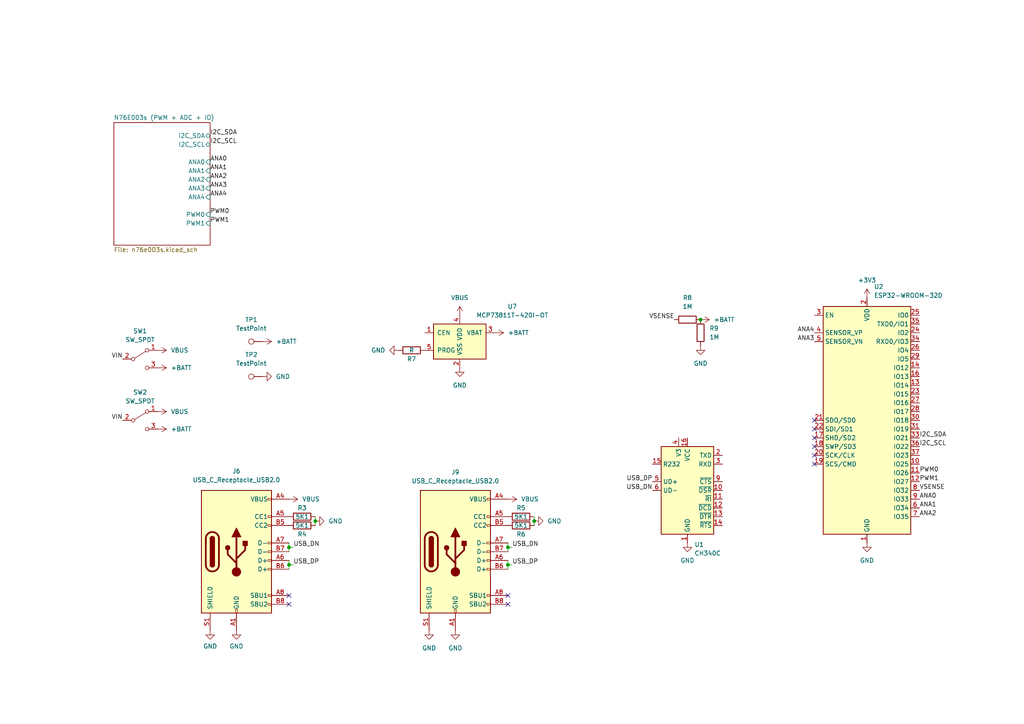
<source format=kicad_sch>
(kicad_sch (version 20211123) (generator eeschema)
  (paper "A4")
  (lib_symbols
    (symbol "Battery_Management:MCP73811T-420I-OT" (pin_names (offset 1.016))
      (property "Reference" "U" (at -6.35 6.35 0))
      (property "Value" "MCP73811T-420I-OT" (at 1.27 6.35 0))
      (symbol "MCP73811T-420I-OT_0_1"
        (rectangle (start -7.62 5.08) (end 7.62 -5.08) (stroke (width 0.254)) (fill (type background)))
      )
      (symbol "MCP73811T-420I-OT_1_1"
        (pin input line (at -10.16 2.54 0) (length 2.54) (name "CEN") (number "1"))
        (pin power_in line (at 0 -7.62 90) (length 2.54) (name "VSS") (number "2"))
        (pin power_out line (at 10.16 2.54 180) (length 2.54) (name "VBAT") (number "3"))
        (pin power_in line (at 0 7.62 270) (length 2.54) (name "VDD") (number "4"))
        (pin input line (at -10.16 -2.54 0) (length 2.54) (name "PROG") (number "5"))
      )
    )
    (symbol "Connector:TestPoint" (pin_numbers hide) (pin_names (offset 0.762) hide)
      (property "Reference" "TP" (at 0 6.858 0))
      (property "Value" "TestPoint" (at 0 5.08 0))
      (symbol "TestPoint_0_1"
        (circle (center 0 3.302) (radius 0.762))
      )
      (symbol "TestPoint_1_1"
        (pin passive line (at 0 0 90) (length 2.54) (name "1") (number "1"))
      )
    )
    (symbol "Connector:USB_C_Receptacle_USB2.0" (pin_names (offset 1.016))
      (property "Reference" "J" (at -10.16 19.05 0))
      (property "Value" "USB_C_Receptacle_USB2.0" (at 19.05 19.05 0))
      (symbol "USB_C_Receptacle_USB2.0_0_0"
        (rectangle (start -0.254 -17.78) (end 0.254 -16.764))
        (rectangle (start 10.16 -14.986) (end 9.144 -15.494))
        (rectangle (start 10.16 -12.446) (end 9.144 -12.954))
        (rectangle (start 10.16 -4.826) (end 9.144 -5.334))
        (rectangle (start 10.16 -2.286) (end 9.144 -2.794))
        (rectangle (start 10.16 0.254) (end 9.144 -0.254))
        (rectangle (start 10.16 2.794) (end 9.144 2.286))
        (rectangle (start 10.16 7.874) (end 9.144 7.366))
        (rectangle (start 10.16 10.414) (end 9.144 9.906))
        (rectangle (start 10.16 15.494) (end 9.144 14.986))
      )
      (symbol "USB_C_Receptacle_USB2.0_0_1"
        (rectangle (start -10.16 17.78) (end 10.16 -17.78) (stroke (width 0.254)) (fill (type background)))
        (arc (start -8.89 -3.81) (mid -6.985 -5.715) (end -5.08 -3.81) (stroke (width 0.508)))
        (arc (start -7.62 -3.81) (mid -6.985 -4.445) (end -6.35 -3.81) (stroke (width 0.254)))
        (arc (start -7.62 -3.81) (mid -6.985 -4.445) (end -6.35 -3.81) (stroke (width 0.254)) (fill (type outline)))
        (rectangle (start -7.62 -3.81) (end -6.35 3.81) (stroke (width 0.254)) (fill (type outline)))
        (arc (start -6.35 3.81) (mid -6.985 4.445) (end -7.62 3.81) (stroke (width 0.254)))
        (arc (start -6.35 3.81) (mid -6.985 4.445) (end -7.62 3.81) (stroke (width 0.254)) (fill (type outline)))
        (arc (start -5.08 3.81) (mid -6.985 5.715) (end -8.89 3.81) (stroke (width 0.508)))
        (circle (center -2.54 1.143) (radius 0.635) (stroke (width 0.254)) (fill (type outline)))
        (circle (center 0 -5.842) (radius 1.27) (fill (type outline)))
        (polyline (pts (xy -8.89 -3.81) (xy -8.89 3.81)) (stroke (width 0.508)))
        (polyline (pts (xy -5.08 3.81) (xy -5.08 -3.81)) (stroke (width 0.508)))
        (polyline (pts (xy 0 -5.842) (xy 0 4.318)) (stroke (width 0.508)))
        (polyline (pts (xy 0 -3.302) (xy -2.54 -0.762) (xy -2.54 0.508)) (stroke (width 0.508)))
        (polyline (pts (xy 0 -2.032) (xy 2.54 0.508) (xy 2.54 1.778)) (stroke (width 0.508)))
        (polyline (pts (xy -1.27 4.318) (xy 0 6.858) (xy 1.27 4.318) (xy -1.27 4.318)) (stroke (width 0.254)) (fill (type outline)))
        (rectangle (start 1.905 1.778) (end 3.175 3.048) (stroke (width 0.254)) (fill (type outline)))
      )
      (symbol "USB_C_Receptacle_USB2.0_1_1"
        (pin passive line (at 0 -22.86 90) (length 5.08) (name "GND") (number "A1"))
        (pin passive line (at 0 -22.86 90) (length 5.08) hide (name "GND") (number "A12"))
        (pin passive line (at 15.24 15.24 180) (length 5.08) (name "VBUS") (number "A4"))
        (pin bidirectional line (at 15.24 10.16 180) (length 5.08) (name "CC1") (number "A5"))
        (pin bidirectional line (at 15.24 -2.54 180) (length 5.08) (name "D+") (number "A6"))
        (pin bidirectional line (at 15.24 2.54 180) (length 5.08) (name "D-") (number "A7"))
        (pin bidirectional line (at 15.24 -12.7 180) (length 5.08) (name "SBU1") (number "A8"))
        (pin passive line (at 15.24 15.24 180) (length 5.08) hide (name "VBUS") (number "A9"))
        (pin passive line (at 0 -22.86 90) (length 5.08) hide (name "GND") (number "B1"))
        (pin passive line (at 0 -22.86 90) (length 5.08) hide (name "GND") (number "B12"))
        (pin passive line (at 15.24 15.24 180) (length 5.08) hide (name "VBUS") (number "B4"))
        (pin bidirectional line (at 15.24 7.62 180) (length 5.08) (name "CC2") (number "B5"))
        (pin bidirectional line (at 15.24 -5.08 180) (length 5.08) (name "D+") (number "B6"))
        (pin bidirectional line (at 15.24 0 180) (length 5.08) (name "D-") (number "B7"))
        (pin bidirectional line (at 15.24 -15.24 180) (length 5.08) (name "SBU2") (number "B8"))
        (pin passive line (at 15.24 15.24 180) (length 5.08) hide (name "VBUS") (number "B9"))
        (pin passive line (at -7.62 -22.86 90) (length 5.08) (name "SHIELD") (number "S1"))
      )
    )
    (symbol "Device:R" (pin_numbers hide) (pin_names (offset 0))
      (property "Reference" "R" (at 2.032 0 90))
      (property "Value" "R" (at 0 0 90))
      (symbol "R_0_1"
        (rectangle (start -1.016 -2.54) (end 1.016 2.54) (stroke (width 0.254)))
      )
      (symbol "R_1_1"
        (pin passive line (at 0 3.81 270) (length 1.27) (name "~") (number "1"))
        (pin passive line (at 0 -3.81 90) (length 1.27) (name "~") (number "2"))
      )
    )
    (symbol "Interface_USB:CH340C"
      (property "Reference" "U" (at -5.08 13.97 0))
      (property "Value" "CH340C" (at 1.27 13.97 0))
      (symbol "CH340C_0_1"
        (rectangle (start -7.62 12.7) (end 7.62 -12.7) (stroke (width 0.254)) (fill (type background)))
      )
      (symbol "CH340C_1_1"
        (pin power_in line (at 0 -15.24 90) (length 2.54) (name "GND") (number "1"))
        (pin input line (at 10.16 0 180) (length 2.54) (name "~{DSR}") (number "10"))
        (pin input line (at 10.16 -2.54 180) (length 2.54) (name "~{RI}") (number "11"))
        (pin input line (at 10.16 -5.08 180) (length 2.54) (name "~{DCD}") (number "12"))
        (pin output line (at 10.16 -7.62 180) (length 2.54) (name "~{DTR}") (number "13"))
        (pin output line (at 10.16 -10.16 180) (length 2.54) (name "~{RTS}") (number "14"))
        (pin input line (at -10.16 7.62 0) (length 2.54) (name "R232") (number "15"))
        (pin power_in line (at 0 15.24 270) (length 2.54) (name "VCC") (number "16"))
        (pin output line (at 10.16 10.16 180) (length 2.54) (name "TXD") (number "2"))
        (pin input line (at 10.16 7.62 180) (length 2.54) (name "RXD") (number "3"))
        (pin passive line (at -2.54 15.24 270) (length 2.54) (name "V3") (number "4"))
        (pin bidirectional line (at -10.16 2.54 0) (length 2.54) (name "UD+") (number "5"))
        (pin bidirectional line (at -10.16 0 0) (length 2.54) (name "UD-") (number "6"))
        (pin no_connect line (at -7.62 -7.62 0) (length 2.54) hide (name "NC") (number "7"))
        (pin no_connect line (at -7.62 -10.16 0) (length 2.54) hide (name "NC") (number "8"))
        (pin input line (at 10.16 2.54 180) (length 2.54) (name "~{CTS}") (number "9"))
      )
    )
    (symbol "RF_Module:ESP32-WROOM-32D"
      (property "Reference" "U" (at -12.7 34.29 0))
      (property "Value" "ESP32-WROOM-32D" (at 1.27 34.29 0))
      (symbol "ESP32-WROOM-32D_0_1"
        (rectangle (start -12.7 33.02) (end 12.7 -33.02) (stroke (width 0.254)) (fill (type background)))
      )
      (symbol "ESP32-WROOM-32D_1_1"
        (pin power_in line (at 0 -35.56 90) (length 2.54) (name "GND") (number "1"))
        (pin bidirectional line (at 15.24 -12.7 180) (length 2.54) (name "IO25") (number "10"))
        (pin bidirectional line (at 15.24 -15.24 180) (length 2.54) (name "IO26") (number "11"))
        (pin bidirectional line (at 15.24 -17.78 180) (length 2.54) (name "IO27") (number "12"))
        (pin bidirectional line (at 15.24 10.16 180) (length 2.54) (name "IO14") (number "13"))
        (pin bidirectional line (at 15.24 15.24 180) (length 2.54) (name "IO12") (number "14"))
        (pin passive line (at 0 -35.56 90) (length 2.54) hide (name "GND") (number "15"))
        (pin bidirectional line (at 15.24 12.7 180) (length 2.54) (name "IO13") (number "16"))
        (pin bidirectional line (at -15.24 -5.08 0) (length 2.54) (name "SHD/SD2") (number "17"))
        (pin bidirectional line (at -15.24 -7.62 0) (length 2.54) (name "SWP/SD3") (number "18"))
        (pin bidirectional line (at -15.24 -12.7 0) (length 2.54) (name "SCS/CMD") (number "19"))
        (pin power_in line (at 0 35.56 270) (length 2.54) (name "VDD") (number "2"))
        (pin bidirectional line (at -15.24 -10.16 0) (length 2.54) (name "SCK/CLK") (number "20"))
        (pin bidirectional line (at -15.24 0 0) (length 2.54) (name "SDO/SD0") (number "21"))
        (pin bidirectional line (at -15.24 -2.54 0) (length 2.54) (name "SDI/SD1") (number "22"))
        (pin bidirectional line (at 15.24 7.62 180) (length 2.54) (name "IO15") (number "23"))
        (pin bidirectional line (at 15.24 25.4 180) (length 2.54) (name "IO2") (number "24"))
        (pin bidirectional line (at 15.24 30.48 180) (length 2.54) (name "IO0") (number "25"))
        (pin bidirectional line (at 15.24 20.32 180) (length 2.54) (name "IO4") (number "26"))
        (pin bidirectional line (at 15.24 5.08 180) (length 2.54) (name "IO16") (number "27"))
        (pin bidirectional line (at 15.24 2.54 180) (length 2.54) (name "IO17") (number "28"))
        (pin bidirectional line (at 15.24 17.78 180) (length 2.54) (name "IO5") (number "29"))
        (pin input line (at -15.24 30.48 0) (length 2.54) (name "EN") (number "3"))
        (pin bidirectional line (at 15.24 0 180) (length 2.54) (name "IO18") (number "30"))
        (pin bidirectional line (at 15.24 -2.54 180) (length 2.54) (name "IO19") (number "31"))
        (pin no_connect line (at -12.7 -27.94 0) (length 2.54) hide (name "NC") (number "32"))
        (pin bidirectional line (at 15.24 -5.08 180) (length 2.54) (name "IO21") (number "33"))
        (pin bidirectional line (at 15.24 22.86 180) (length 2.54) (name "RXD0/IO3") (number "34"))
        (pin bidirectional line (at 15.24 27.94 180) (length 2.54) (name "TXD0/IO1") (number "35"))
        (pin bidirectional line (at 15.24 -7.62 180) (length 2.54) (name "IO22") (number "36"))
        (pin bidirectional line (at 15.24 -10.16 180) (length 2.54) (name "IO23") (number "37"))
        (pin passive line (at 0 -35.56 90) (length 2.54) hide (name "GND") (number "38"))
        (pin passive line (at 0 -35.56 90) (length 2.54) hide (name "GND") (number "39"))
        (pin input line (at -15.24 25.4 0) (length 2.54) (name "SENSOR_VP") (number "4"))
        (pin input line (at -15.24 22.86 0) (length 2.54) (name "SENSOR_VN") (number "5"))
        (pin input line (at 15.24 -25.4 180) (length 2.54) (name "IO34") (number "6"))
        (pin input line (at 15.24 -27.94 180) (length 2.54) (name "IO35") (number "7"))
        (pin bidirectional line (at 15.24 -20.32 180) (length 2.54) (name "IO32") (number "8"))
        (pin bidirectional line (at 15.24 -22.86 180) (length 2.54) (name "IO33") (number "9"))
      )
    )
    (symbol "Switch:SW_SPDT" (pin_names (offset 0) hide)
      (property "Reference" "SW" (at 0 4.318 0))
      (property "Value" "SW_SPDT" (at 0 -5.08 0))
      (symbol "SW_SPDT_0_0"
        (circle (center -2.032 0) (radius 0.508))
        (circle (center 2.032 -2.54) (radius 0.508))
      )
      (symbol "SW_SPDT_0_1"
        (polyline (pts (xy -1.524 0.254) (xy 1.651 2.286)))
        (circle (center 2.032 2.54) (radius 0.508))
      )
      (symbol "SW_SPDT_1_1"
        (pin passive line (at 5.08 2.54 180) (length 2.54) (name "A") (number "1"))
        (pin passive line (at -5.08 0 0) (length 2.54) (name "B") (number "2"))
        (pin passive line (at 5.08 -2.54 180) (length 2.54) (name "C") (number "3"))
      )
    )
    (symbol "power:+3V3" (power) (pin_names (offset 0))
      (property "Value" "+3V3" (at 0 3.556 0))
      (symbol "+3V3_0_1"
        (polyline (pts (xy -0.762 1.27) (xy 0 2.54)))
        (polyline (pts (xy 0 0) (xy 0 2.54)))
        (polyline (pts (xy 0 2.54) (xy 0.762 1.27)))
      )
      (symbol "+3V3_1_1"
        (pin power_in line (at 0 0 90) (length 0) hide (name "+3V3") (number "1"))
      )
    )
    (symbol "power:+BATT" (power) (pin_names (offset 0))
      (property "Value" "+BATT" (at 0 3.556 0))
      (symbol "+BATT_0_1"
        (polyline (pts (xy -0.762 1.27) (xy 0 2.54)))
        (polyline (pts (xy 0 0) (xy 0 2.54)))
        (polyline (pts (xy 0 2.54) (xy 0.762 1.27)))
      )
      (symbol "+BATT_1_1"
        (pin power_in line (at 0 0 90) (length 0) hide (name "+BATT") (number "1"))
      )
    )
    (symbol "power:GND" (power) (pin_names (offset 0))
      (property "Value" "GND" (at 0 -3.81 0))
      (symbol "GND_0_1"
        (polyline (pts (xy 0 0) (xy 0 -1.27) (xy 1.27 -1.27) (xy 0 -2.54) (xy -1.27 -1.27) (xy 0 -1.27)))
      )
      (symbol "GND_1_1"
        (pin power_in line (at 0 0 270) (length 0) hide (name "GND") (number "1"))
      )
    )
    (symbol "power:VBUS" (power) (pin_names (offset 0))
      (property "Value" "VBUS" (at 0 3.81 0))
      (symbol "VBUS_0_1"
        (polyline (pts (xy -0.762 1.27) (xy 0 2.54)))
        (polyline (pts (xy 0 0) (xy 0 2.54)))
        (polyline (pts (xy 0 2.54) (xy 0.762 1.27)))
      )
      (symbol "VBUS_1_1"
        (pin power_in line (at 0 0 90) (length 0) hide (name "VBUS") (number "1"))
      )
    )
  )
  (junction (at 83.82 158.75))
  (junction (at 154.94 151.13))
  (junction (at 83.82 163.83))
  (junction (at 147.32 158.75))
  (junction (at 203.2 92.71))
  (junction (at 147.32 163.83))
  (junction (at 91.44 151.13))
  (no_connect (at 236.22 134.62))
  (no_connect (at 236.22 132.08))
  (no_connect (at 236.22 129.54))
  (no_connect (at 236.22 127))
  (no_connect (at 236.22 124.46))
  (no_connect (at 236.22 121.92))
  (no_connect (at 83.82 172.72))
  (no_connect (at 83.82 175.26))
  (no_connect (at 147.32 172.72))
  (no_connect (at 147.32 175.26))
  (wire (pts (xy 147.32 157.48) (xy 147.32 158.75)))
  (wire (pts (xy 83.82 158.75) (xy 83.82 160.02)))
  (wire (pts (xy 147.32 158.75) (xy 148.59 158.75)))
  (wire (pts (xy 83.82 163.83) (xy 83.82 165.1)))
  (wire (pts (xy 147.32 163.83) (xy 147.32 165.1)))
  (wire (pts (xy 147.32 162.56) (xy 147.32 163.83)))
  (wire (pts (xy 147.32 158.75) (xy 147.32 160.02)))
  (wire (pts (xy 147.32 163.83) (xy 148.59 163.83)))
  (wire (pts (xy 154.94 149.86) (xy 154.94 151.13)))
  (wire (pts (xy 83.82 163.83) (xy 85.09 163.83)))
  (wire (pts (xy 83.82 157.48) (xy 83.82 158.75)))
  (wire (pts (xy 154.94 151.13) (xy 154.94 152.4)))
  (wire (pts (xy 91.44 151.13) (xy 91.44 152.4)))
  (wire (pts (xy 83.82 158.75) (xy 85.09 158.75)))
  (wire (pts (xy 91.44 149.86) (xy 91.44 151.13)))
  (wire (pts (xy 83.82 162.56) (xy 83.82 163.83)))
  (label "USB_DP" (at 189.23 139.7 180))
  (label "ANA4" (at 60.96 57.15 0))
  (label "USB_DN" (at 189.23 142.24 180))
  (label "VIN" (at 35.56 121.92 180))
  (label "PWM1" (at 60.96 64.77 0))
  (label "ANA2" (at 60.96 52.07 0))
  (label "ANA0" (at 266.7 144.78 0))
  (label "VIN" (at 35.56 104.14 180))
  (label "I2C_SDA" (at 266.7 127 0))
  (label "I2C_SCL" (at 266.7 129.54 0))
  (label "ANA3" (at 236.22 99.06 180))
  (label "VSENSE" (at 266.7 142.24 0))
  (label "ANA0" (at 60.96 46.99 0))
  (label "I2C_SCL" (at 60.96 41.91 0))
  (label "USB_DP" (at 85.09 163.83 0))
  (label "USB_DN" (at 85.09 158.75 0))
  (label "PWM1" (at 266.7 139.7 0))
  (label "ANA3" (at 60.96 54.61 0))
  (label "ANA1" (at 60.96 49.53 0))
  (label "VSENSE" (at 195.58 92.71 180))
  (label "USB_DP" (at 148.59 163.83 0))
  (label "ANA1" (at 266.7 147.32 0))
  (label "I2C_SDA" (at 60.96 39.37 0))
  (label "PWM0" (at 60.96 62.23 0))
  (label "PWM0" (at 266.7 137.16 0))
  (label "ANA4" (at 236.22 96.52 180))
  (label "ANA2" (at 266.7 149.86 0))
  (label "USB_DN" (at 148.59 158.75 0))
  (symbol (lib_id "power:+BATT") (at 45.72 106.68 270) (unit 1)
    (property "Reference" "#PWR0133" (effects hide))
    (property "Value" "+BATT" (at 49.53 106.6799 90) (effects (justify left)))
  )
  (symbol (lib_id "Device:R") (at 119.38 101.6 90) (unit 1)
    (property "Reference" "R7" (at 119.38 104.14 90))
    (property "Value" "R" (at 119.38 101.6 90))
    (property "Footprint" "Resistor_SMD:R_0201_0603Metric" (effects hide))
  )
  (symbol (lib_id "power:GND") (at 133.35 106.68 0) (unit 1)
    (property "Reference" "#PWR0151" (effects hide))
    (property "Value" "GND" (at 133.35 111.76 0))
  )
  (symbol (lib_id "power:VBUS") (at 45.72 101.6 270) (unit 1)
    (property "Reference" "#PWR0148" (effects hide))
    (property "Value" "VBUS" (at 49.53 101.5999 90) (effects (justify left)))
  )
  (symbol (lib_id "power:GND") (at 203.2 100.33 0) (unit 1)
    (property "Reference" "#PWR0154" (effects hide))
    (property "Value" "GND" (at 203.2 105.41 0))
  )
  (symbol (lib_id "power:GND") (at 132.08 182.88 0) (unit 1)
    (property "Reference" "#PWR0139" (effects hide))
    (property "Value" "GND" (at 132.08 187.96 0))
  )
  (symbol (lib_id "power:VBUS") (at 147.32 144.78 270) (unit 1)
    (property "Reference" "#PWR0141" (effects hide))
    (property "Value" "VBUS" (at 151.13 144.7799 90) (effects (justify left)))
  )
  (symbol (lib_id "power:VBUS") (at 45.72 119.38 270) (unit 1)
    (property "Reference" "#PWR0149" (effects hide))
    (property "Value" "VBUS" (at 49.53 119.3799 90) (effects (justify left)))
  )
  (symbol (lib_id "RF_Module:ESP32-WROOM-32D") (at 251.46 121.92 0) (unit 1)
    (property "Reference" "U2" (at 253.4794 83.1596 0) (effects (justify left)))
    (property "Value" "ESP32-WROOM-32D" (at 253.4794 85.6996 0) (effects (justify left)))
    (property "Footprint" "RF_Module:ESP32-WROOM-32" (effects hide))
    (property "Datasheet" "https://www.espressif.com/sites/default/files/documentation/esp32-wroom-32d_esp32-wroom-32u_datasheet_en.pdf" (effects hide))
  )
  (symbol (lib_id "power:+BATT") (at 76.2 99.06 270) (unit 1)
    (property "Reference" "#PWR0102" (effects hide))
    (property "Value" "+BATT" (at 80.01 99.0599 90) (effects (justify left)))
  )
  (symbol (lib_id "power:GND") (at 91.44 151.13 90) (unit 1)
    (property "Reference" "#PWR0136" (effects hide))
    (property "Value" "GND" (at 95.25 151.1299 90) (effects (justify right)))
  )
  (symbol (lib_id "Switch:SW_SPDT") (at 40.64 121.92 0) (unit 1)
    (property "Reference" "SW2" (at 40.64 113.792 0))
    (property "Value" "SW_SPDT" (at 40.64 116.332 0))
    (property "Footprint" "Button_Switch_THT:SW_CuK_OS102011MA1QN1_SPDT_Angled" (effects hide))
  )
  (symbol (lib_id "power:GND") (at 154.94 151.13 90) (unit 1)
    (property "Reference" "#PWR0142" (effects hide))
    (property "Value" "GND" (at 158.75 151.1299 90) (effects (justify right)))
  )
  (symbol (lib_id "power:GND") (at 115.57 101.6 270) (unit 1)
    (property "Reference" "#PWR0150" (effects hide))
    (property "Value" "GND" (at 111.76 101.5999 90) (effects (justify right)))
  )
  (symbol (lib_id "power:GND") (at 199.39 157.48 0) (unit 1)
    (property "Reference" "#PWR0140" (effects hide))
    (property "Value" "GND" (at 199.39 162.56 0))
  )
  (symbol (lib_id "Connector:USB_C_Receptacle_USB2.0") (at 132.08 160.02 0) (unit 1)
    (property "Reference" "J9" (at 132.08 136.9568 0))
    (property "Value" "USB_C_Receptacle_USB2.0" (at 132.08 139.4968 0))
    (property "Footprint" "Connector_USB:USB_C_Receptacle_GCT_USB4085" (effects hide))
    (property "Datasheet" "https://www.usb.org/sites/default/files/documents/usb_type-c.zip" (effects hide))
  )
  (symbol (lib_id "power:+BATT") (at 143.51 96.52 270) (unit 1)
    (property "Reference" "#PWR0153" (effects hide))
    (property "Value" "+BATT" (at 147.32 96.5199 90) (effects (justify left)))
  )
  (symbol (lib_id "Device:R") (at 151.13 152.4 90) (unit 1)
    (property "Reference" "R6" (at 151.13 154.94 90))
    (property "Value" "5K1" (at 151.13 152.4 90))
    (property "Footprint" "Resistor_SMD:R_0201_0603Metric" (effects hide))
  )
  (symbol (lib_id "Interface_USB:CH340C") (at 199.39 142.24 0) (unit 1)
    (property "Reference" "U1" (at 201.4094 157.9372 0) (effects (justify left)))
    (property "Value" "CH340C" (at 201.4094 160.4772 0) (effects (justify left)))
    (property "Footprint" "Package_SO:SOIC-16_3.9x9.9mm_P1.27mm" (effects hide))
    (property "Datasheet" "https://datasheet.lcsc.com/szlcsc/Jiangsu-Qin-Heng-CH340C_C84681.pdf" (effects hide))
  )
  (symbol (lib_id "Connector:USB_C_Receptacle_USB2.0") (at 68.58 160.02 0) (unit 1)
    (property "Reference" "J6" (at 68.58 136.652 0))
    (property "Value" "USB_C_Receptacle_USB2.0" (at 68.58 139.192 0))
    (property "Footprint" "Connector_USB:USB_C_Receptacle_GCT_USB4085" (effects hide))
    (property "Datasheet" "https://www.usb.org/sites/default/files/documents/usb_type-c.zip" (effects hide))
  )
  (symbol (lib_id "power:GND") (at 76.2 109.22 90) (unit 1)
    (property "Reference" "#PWR0103" (effects hide))
    (property "Value" "GND" (at 80.01 109.2199 90) (effects (justify right)))
  )
  (symbol (lib_id "Device:R") (at 203.2 96.52 180) (unit 1)
    (property "Reference" "R9" (at 205.74 95.2499 0) (effects (justify right)))
    (property "Value" "1M" (at 205.74 97.7899 0) (effects (justify right)))
    (property "Footprint" "Resistor_SMD:R_0201_0603Metric" (effects hide))
  )
  (symbol (lib_id "power:GND") (at 60.96 182.88 0) (unit 1)
    (property "Reference" "#PWR0138" (effects hide))
    (property "Value" "GND" (at 60.96 187.452 0))
  )
  (symbol (lib_id "Device:R") (at 151.13 149.86 90) (unit 1)
    (property "Reference" "R5" (at 151.13 147.32 90))
    (property "Value" "5K1" (at 151.13 149.86 90))
    (property "Footprint" "Resistor_SMD:R_0201_0603Metric" (effects hide))
  )
  (symbol (lib_id "power:+BATT") (at 203.2 92.71 270) (unit 1)
    (property "Reference" "#PWR0155" (effects hide))
    (property "Value" "+BATT" (at 207.01 92.7099 90) (effects (justify left)))
  )
  (symbol (lib_id "Connector:TestPoint") (at 76.2 99.06 90) (unit 1)
    (property "Reference" "TP1" (at 72.898 92.71 90))
    (property "Value" "TestPoint" (at 72.898 95.25 90))
    (property "Footprint" "TestPoint:TestPoint_Pad_D1.5mm" (effects hide))
  )
  (symbol (lib_id "Device:R") (at 87.63 149.86 90) (unit 1)
    (property "Reference" "R3" (at 87.63 147.32 90))
    (property "Value" "5K1" (at 87.63 149.86 90))
    (property "Footprint" "Resistor_SMD:R_0201_0603Metric" (effects hide))
  )
  (symbol (lib_id "Device:R") (at 199.39 92.71 90) (unit 1)
    (property "Reference" "R8" (at 199.39 86.36 90))
    (property "Value" "1M" (at 199.39 88.9 90))
    (property "Footprint" "Resistor_SMD:R_0201_0603Metric" (effects hide))
  )
  (symbol (lib_id "power:+BATT") (at 45.72 124.46 270) (unit 1)
    (property "Reference" "#PWR0134" (effects hide))
    (property "Value" "+BATT" (at 49.53 124.4599 90) (effects (justify left)))
  )
  (symbol (lib_id "power:GND") (at 68.58 182.88 0) (unit 1)
    (property "Reference" "#PWR0101" (effects hide))
    (property "Value" "GND" (at 68.58 187.452 0))
  )
  (symbol (lib_id "Connector:TestPoint") (at 76.2 109.22 90) (unit 1)
    (property "Reference" "TP2" (at 72.898 102.87 90))
    (property "Value" "TestPoint" (at 72.898 105.41 90))
    (property "Footprint" "TestPoint:TestPoint_Pad_D1.5mm" (effects hide))
  )
  (symbol (lib_id "power:VBUS") (at 83.82 144.78 270) (unit 1)
    (property "Reference" "#PWR0135" (effects hide))
    (property "Value" "VBUS" (at 87.63 144.7799 90) (effects (justify left)))
  )
  (symbol (lib_id "power:VBUS") (at 133.35 91.44 0) (unit 1)
    (property "Reference" "#PWR0152" (effects hide))
    (property "Value" "VBUS" (at 133.35 86.36 0))
  )
  (symbol (lib_id "power:+3V3") (at 251.46 86.36 0) (unit 1)
    (property "Reference" "#PWR0144" (effects hide))
    (property "Value" "+3V3" (at 251.46 81.28 0))
  )
  (symbol (lib_id "power:GND") (at 124.46 182.88 0) (unit 1)
    (property "Reference" "#PWR0137" (effects hide))
    (property "Value" "GND" (at 124.46 187.96 0))
  )
  (symbol (lib_id "Switch:SW_SPDT") (at 40.64 104.14 0) (unit 1)
    (property "Reference" "SW1" (at 40.64 96.012 0))
    (property "Value" "SW_SPDT" (at 40.64 98.552 0))
    (property "Footprint" "Button_Switch_THT:SW_CuK_OS102011MA1QN1_SPDT_Angled" (effects hide))
  )
  (symbol (lib_id "power:GND") (at 251.46 157.48 0) (unit 1)
    (property "Reference" "#PWR0143" (effects hide))
    (property "Value" "GND" (at 251.46 162.56 0))
  )
  (symbol (lib_id "Battery_Management:MCP73811T-420I-OT") (at 133.35 99.06 0) (unit 1)
    (property "Reference" "U7" (at 148.59 88.9 0))
    (property "Value" "MCP73811T-420I-OT" (at 148.59 91.44 0))
    (property "Footprint" "Package_TO_SOT_SMD:SOT-23-5" (effects hide))
    (property "Datasheet" "http://ww1.microchip.com/downloads/en/DeviceDoc/22036b.pdf" (effects hide))
  )
  (symbol (lib_id "Device:R") (at 87.63 152.4 90) (unit 1)
    (property "Reference" "R4" (at 87.63 154.94 90))
    (property "Value" "5K1" (at 87.63 152.4 90))
    (property "Footprint" "Resistor_SMD:R_0201_0603Metric" (effects hide))
  )
  (sheet (at 33.02 35.56) (size 27.94 35.56) (stroke (width 0.1524))
    (property "Sheet name" "N76E003s (PWM + ADC + IO)" (at 33.02 34.8484 0) (effects (justify left bottom)))
    (property "Sheet file" "n76e003s.kicad_sch" (at 33.02 71.7046 0) (effects (justify left top)))
    (pin "I2C_SDA" bidirectional (at 60.96 39.37 0))
    (pin "I2C_SCL" bidirectional (at 60.96 41.91 0))
    (pin "ANA0" input (at 60.96 46.99 0))
    (pin "ANA1" input (at 60.96 49.53 0))
    (pin "PWM0" input (at 60.96 62.23 0))
    (pin "PWM1" input (at 60.96 64.77 0))
    (pin "ANA2" input (at 60.96 52.07 0))
    (pin "ANA3" input (at 60.96 54.61 0))
    (pin "ANA4" input (at 60.96 57.15 0))
  )
)
</source>
